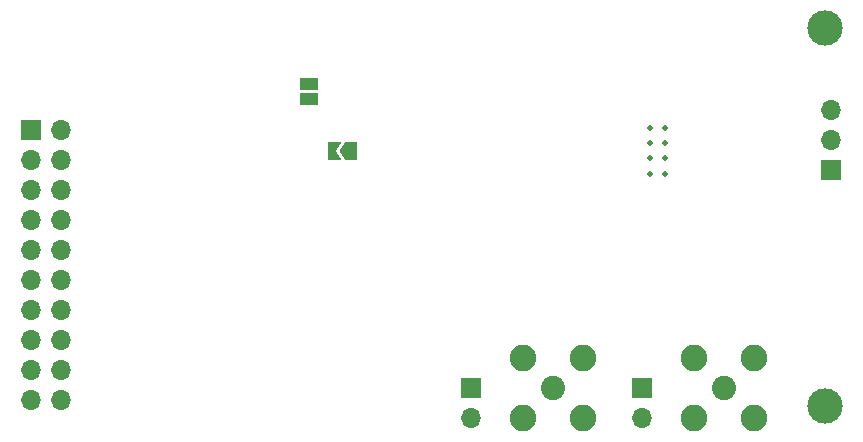
<source format=gbr>
%TF.GenerationSoftware,KiCad,Pcbnew,8.0.6*%
%TF.CreationDate,2024-12-30T16:19:15+01:00*%
%TF.ProjectId,pico-glitcher-v2.1-extension,7069636f-2d67-46c6-9974-636865722d76,rev?*%
%TF.SameCoordinates,PX3d09000PY6590fa0*%
%TF.FileFunction,Soldermask,Bot*%
%TF.FilePolarity,Negative*%
%FSLAX46Y46*%
G04 Gerber Fmt 4.6, Leading zero omitted, Abs format (unit mm)*
G04 Created by KiCad (PCBNEW 8.0.6) date 2024-12-30 16:19:15*
%MOMM*%
%LPD*%
G01*
G04 APERTURE LIST*
G04 Aperture macros list*
%AMFreePoly0*
4,1,6,0.500000,-0.750000,-0.650000,-0.750000,-0.150000,0.000000,-0.650000,0.750000,0.500000,0.750000,0.500000,-0.750000,0.500000,-0.750000,$1*%
%AMFreePoly1*
4,1,6,1.000000,0.000000,0.500000,-0.750000,-0.500000,-0.750000,-0.500000,0.750000,0.500000,0.750000,1.000000,0.000000,1.000000,0.000000,$1*%
G04 Aperture macros list end*
%ADD10O,1.700000X1.700000*%
%ADD11R,1.700000X1.700000*%
%ADD12C,2.250000*%
%ADD13C,2.050000*%
%ADD14C,0.504000*%
%ADD15C,3.000000*%
%ADD16FreePoly0,180.000000*%
%ADD17FreePoly1,180.000000*%
%ADD18R,1.500000X1.000000*%
G04 APERTURE END LIST*
D10*
%TO.C,J6*%
X71500000Y29080000D03*
X71500000Y26540000D03*
D11*
X71500000Y24000000D03*
%TD*%
D10*
%TO.C,J4*%
X41000000Y3000000D03*
D11*
X41000000Y5540000D03*
%TD*%
D12*
%TO.C,J2*%
X50540000Y3000000D03*
X50540000Y8080000D03*
X45460000Y3000000D03*
X45460000Y8080000D03*
D13*
X48000000Y5540000D03*
%TD*%
D10*
%TO.C,J1*%
X6290000Y4500000D03*
X3750000Y4500000D03*
X6290000Y7040000D03*
X3750000Y7040000D03*
X6290000Y9580000D03*
X3750000Y9580000D03*
X6290000Y12120000D03*
X3750000Y12120000D03*
X6290000Y14660000D03*
X3750000Y14660000D03*
X6290000Y17200000D03*
X3750000Y17200000D03*
X6290000Y19740000D03*
X3750000Y19740000D03*
X6290000Y22280000D03*
X3750000Y22280000D03*
X6290000Y24820000D03*
X3750000Y24820000D03*
X6290000Y27360000D03*
D11*
X3750000Y27360000D03*
%TD*%
D12*
%TO.C,J3*%
X65040000Y3000000D03*
X65040000Y8080000D03*
X59960000Y3000000D03*
X59960000Y8080000D03*
D13*
X62500000Y5540000D03*
%TD*%
D14*
%TO.C,U4*%
X57500000Y23700000D03*
X57500000Y25000000D03*
X57500000Y26300000D03*
X57500000Y27600000D03*
X56200000Y23700000D03*
X56200000Y25000000D03*
X56200000Y26300000D03*
X56200000Y27600000D03*
%TD*%
D15*
%TO.C,H1*%
X71000000Y36000000D03*
%TD*%
D10*
%TO.C,J5*%
X55500000Y3000000D03*
D11*
X55500000Y5540000D03*
%TD*%
D15*
%TO.C,H2*%
X71000000Y4000000D03*
%TD*%
D16*
%TO.C,JP1*%
X29400000Y25650000D03*
D17*
X30850000Y25650000D03*
%TD*%
D18*
%TO.C,JP2*%
X27350000Y31300000D03*
X27350000Y30000000D03*
%TD*%
M02*

</source>
